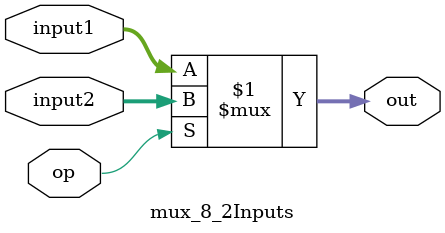
<source format=v>
module mux_8_2Inputs (
    input [7:0] input1,
    input [7:0] input2,
    input op,
    output [7:0] out
);
  assign out = (op) ? input2 : input1;
endmodule

</source>
